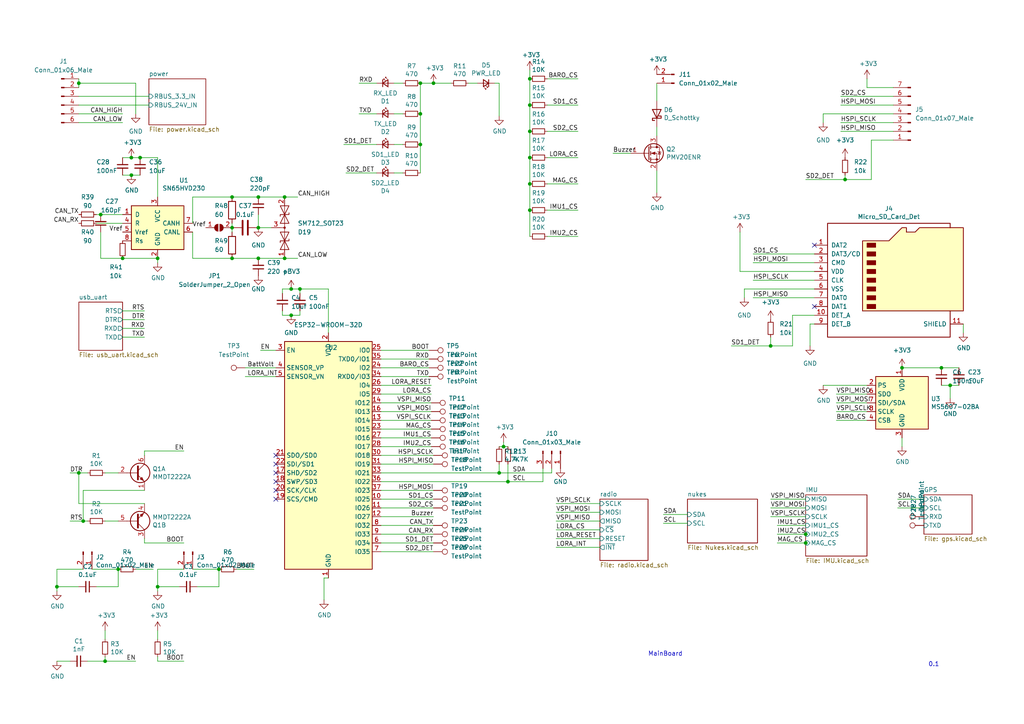
<source format=kicad_sch>
(kicad_sch (version 20211123) (generator eeschema)
  (paper "A4")
  (junction (at 86.995 83.82))
  (junction (at 147.32 139.7))
  (junction (at 82.55 74.93))
  (junction (at 16.51 170.18))
  (junction (at 261.62 106.68))
  (junction (at 273.05 106.68))
  (junction (at 45.72 74.93))
  (junction (at 233.68 154.94))
  (junction (at 153.67 30.48))
  (junction (at 125.73 24.13))
  (junction (at 144.78 137.16))
  (junction (at 146.05 129.54))
  (junction (at 63.5 165.1))
  (junction (at 153.67 38.1))
  (junction (at 35.56 74.93))
  (junction (at 22.86 24.13))
  (junction (at 74.93 57.15))
  (junction (at 67.31 57.15))
  (junction (at 153.67 53.34))
  (junction (at 84.455 83.82))
  (junction (at 38.1 45.72))
  (junction (at 121.92 33.02))
  (junction (at 74.93 66.04))
  (junction (at 223.52 100.33))
  (junction (at 67.31 66.04))
  (junction (at 153.67 22.86))
  (junction (at 153.67 45.72))
  (junction (at 82.55 57.15))
  (junction (at 34.29 165.1))
  (junction (at 84.455 91.44))
  (junction (at 67.31 74.93))
  (junction (at 74.93 74.93))
  (junction (at 121.92 41.91))
  (junction (at 24.13 151.13))
  (junction (at 153.67 60.96))
  (junction (at 121.92 24.13))
  (junction (at 233.68 157.48))
  (junction (at 245.11 52.07))
  (junction (at 45.72 170.18))
  (junction (at 30.48 191.77))
  (junction (at 29.21 62.23))
  (junction (at 40.64 45.72))
  (junction (at 38.1 50.8))
  (junction (at 22.86 137.16))
  (junction (at 275.59 111.76))
  (no_connect (at 236.22 71.12))
  (no_connect (at 80.01 132.08))
  (no_connect (at 236.22 88.9))
  (no_connect (at 80.01 134.62))
  (no_connect (at 80.01 142.24))
  (no_connect (at 80.01 144.78))
  (no_connect (at 80.01 139.7))
  (no_connect (at 80.01 137.16))
  (wire (pts (xy 22.86 24.13) (xy 39.37 24.13)))
  (wire (pts (xy 144.78 24.13) (xy 143.51 24.13)))
  (wire (pts (xy 35.56 45.72) (xy 38.1 45.72)))
  (wire (pts (xy 55.88 64.77) (xy 55.88 57.15)))
  (wire (pts (xy 29.21 62.23) (xy 35.56 62.23)))
  (wire (pts (xy 41.91 156.21) (xy 41.91 157.48)))
  (wire (pts (xy 34.29 137.16) (xy 30.48 137.16)))
  (wire (pts (xy 24.13 142.24) (xy 41.91 142.24)))
  (wire (pts (xy 45.72 165.1) (xy 53.34 165.1)))
  (wire (pts (xy 16.51 170.18) (xy 16.51 171.45)))
  (wire (pts (xy 25.4 191.77) (xy 30.48 191.77)))
  (wire (pts (xy 273.05 111.76) (xy 275.59 111.76)))
  (wire (pts (xy 161.29 146.05) (xy 173.99 146.05)))
  (wire (pts (xy 67.31 57.15) (xy 74.93 57.15)))
  (wire (pts (xy 71.12 106.68) (xy 80.01 106.68)))
  (wire (pts (xy 238.76 33.02) (xy 238.76 35.56)))
  (wire (pts (xy 110.49 160.02) (xy 125.73 160.02)))
  (wire (pts (xy 110.49 137.16) (xy 144.78 137.16)))
  (wire (pts (xy 57.15 170.18) (xy 63.5 170.18)))
  (wire (pts (xy 229.87 100.33) (xy 223.52 100.33)))
  (wire (pts (xy 110.49 104.14) (xy 124.46 104.14)))
  (wire (pts (xy 153.67 22.86) (xy 153.67 30.48)))
  (wire (pts (xy 114.3 24.13) (xy 116.84 24.13)))
  (wire (pts (xy 74.93 74.93) (xy 82.55 74.93)))
  (wire (pts (xy 161.29 156.21) (xy 173.99 156.21)))
  (wire (pts (xy 259.08 40.64) (xy 252.73 40.64)))
  (wire (pts (xy 27.94 64.77) (xy 35.56 64.77)))
  (wire (pts (xy 121.92 24.13) (xy 125.73 24.13)))
  (wire (pts (xy 242.57 119.38) (xy 251.46 119.38)))
  (wire (pts (xy 234.95 100.33) (xy 234.95 93.98)))
  (wire (pts (xy 22.86 22.86) (xy 22.86 24.13)))
  (wire (pts (xy 35.56 97.79) (xy 41.91 97.79)))
  (wire (pts (xy 121.92 33.02) (xy 121.92 41.91)))
  (wire (pts (xy 110.49 111.76) (xy 125.095 111.76)))
  (wire (pts (xy 215.9 83.82) (xy 215.9 86.36)))
  (wire (pts (xy 146.05 128.27) (xy 146.05 129.54)))
  (wire (pts (xy 233.68 154.94) (xy 234.315 154.94)))
  (wire (pts (xy 153.67 68.58) (xy 153.67 60.96)))
  (wire (pts (xy 25.4 151.13) (xy 24.13 151.13)))
  (wire (pts (xy 81.915 85.09) (xy 81.915 83.82)))
  (wire (pts (xy 243.84 27.94) (xy 259.08 27.94)))
  (wire (pts (xy 110.49 127) (xy 125.095 127)))
  (wire (pts (xy 22.86 24.13) (xy 22.86 25.4)))
  (wire (pts (xy 147.32 129.54) (xy 146.05 129.54)))
  (wire (pts (xy 16.51 191.77) (xy 20.32 191.77)))
  (wire (pts (xy 110.49 144.78) (xy 125.73 144.78)))
  (wire (pts (xy 40.64 45.72) (xy 45.72 45.72)))
  (wire (pts (xy 110.49 134.62) (xy 125.73 134.62)))
  (wire (pts (xy 38.1 50.8) (xy 40.64 50.8)))
  (wire (pts (xy 110.49 116.84) (xy 125.095 116.84)))
  (wire (pts (xy 218.44 76.2) (xy 236.22 76.2)))
  (wire (pts (xy 121.92 41.91) (xy 121.92 50.165)))
  (wire (pts (xy 214.63 67.31) (xy 214.63 78.74)))
  (wire (pts (xy 215.9 83.82) (xy 236.22 83.82)))
  (wire (pts (xy 242.57 114.3) (xy 251.46 114.3)))
  (wire (pts (xy 190.5 49.53) (xy 190.5 55.88)))
  (wire (pts (xy 30.48 191.77) (xy 39.37 191.77)))
  (wire (pts (xy 74.93 62.23) (xy 74.93 66.04)))
  (wire (pts (xy 192.405 149.225) (xy 199.39 149.225)))
  (wire (pts (xy 158.75 22.86) (xy 167.64 22.86)))
  (wire (pts (xy 261.62 106.68) (xy 273.05 106.68)))
  (wire (pts (xy 218.44 81.28) (xy 236.22 81.28)))
  (wire (pts (xy 30.48 151.13) (xy 34.29 151.13)))
  (wire (pts (xy 22.86 137.16) (xy 22.86 146.05)))
  (wire (pts (xy 144.78 137.16) (xy 160.02 137.16)))
  (wire (pts (xy 267.97 147.32) (xy 260.35 147.32)))
  (wire (pts (xy 82.55 57.15) (xy 86.36 57.15)))
  (wire (pts (xy 110.49 154.94) (xy 125.73 154.94)))
  (wire (pts (xy 233.68 52.07) (xy 245.11 52.07)))
  (wire (pts (xy 192.405 151.765) (xy 199.39 151.765)))
  (wire (pts (xy 104.14 24.13) (xy 109.22 24.13)))
  (wire (pts (xy 267.97 144.78) (xy 260.35 144.78)))
  (wire (pts (xy 67.31 64.77) (xy 67.31 66.04)))
  (wire (pts (xy 135.89 24.13) (xy 138.43 24.13)))
  (wire (pts (xy 125.73 24.13) (xy 130.81 24.13)))
  (wire (pts (xy 279.4 96.52) (xy 279.4 93.98)))
  (wire (pts (xy 158.75 30.48) (xy 167.64 30.48)))
  (wire (pts (xy 27.94 170.18) (xy 34.29 170.18)))
  (wire (pts (xy 35.56 74.93) (xy 45.72 74.93)))
  (wire (pts (xy 251.46 25.4) (xy 259.08 25.4)))
  (wire (pts (xy 25.4 137.16) (xy 22.86 137.16)))
  (wire (pts (xy 22.86 30.48) (xy 43.18 30.48)))
  (wire (pts (xy 86.995 91.44) (xy 86.995 90.17)))
  (wire (pts (xy 242.57 121.92) (xy 251.46 121.92)))
  (wire (pts (xy 158.75 68.58) (xy 167.64 68.58)))
  (wire (pts (xy 243.84 38.1) (xy 259.08 38.1)))
  (wire (pts (xy 182.88 44.45) (xy 177.8 44.45)))
  (wire (pts (xy 114.3 33.02) (xy 116.84 33.02)))
  (wire (pts (xy 225.425 157.48) (xy 233.68 157.48)))
  (wire (pts (xy 161.29 148.59) (xy 173.99 148.59)))
  (wire (pts (xy 16.51 165.1) (xy 16.51 170.18)))
  (wire (pts (xy 110.49 147.32) (xy 125.73 147.32)))
  (wire (pts (xy 153.67 45.72) (xy 153.67 53.34)))
  (wire (pts (xy 26.67 165.1) (xy 34.29 165.1)))
  (wire (pts (xy 27.94 62.23) (xy 29.21 62.23)))
  (wire (pts (xy 74.93 66.04) (xy 78.74 66.04)))
  (wire (pts (xy 22.86 137.16) (xy 20.32 137.16)))
  (wire (pts (xy 71.12 109.22) (xy 80.01 109.22)))
  (wire (pts (xy 24.13 151.13) (xy 20.32 151.13)))
  (wire (pts (xy 93.98 173.99) (xy 93.98 167.64)))
  (wire (pts (xy 73.66 165.1) (xy 68.58 165.1)))
  (wire (pts (xy 29.21 74.93) (xy 35.56 74.93)))
  (wire (pts (xy 147.32 134.62) (xy 147.32 139.7)))
  (wire (pts (xy 110.49 132.08) (xy 125.73 132.08)))
  (wire (pts (xy 110.49 106.68) (xy 124.46 106.68)))
  (wire (pts (xy 110.49 157.48) (xy 125.73 157.48)))
  (wire (pts (xy 45.72 165.1) (xy 45.72 170.18)))
  (wire (pts (xy 38.1 45.72) (xy 40.64 45.72)))
  (wire (pts (xy 41.91 157.48) (xy 53.34 157.48)))
  (wire (pts (xy 229.87 91.44) (xy 229.87 100.33)))
  (wire (pts (xy 44.45 165.1) (xy 39.37 165.1)))
  (wire (pts (xy 160.02 137.16) (xy 160.02 135.89)))
  (wire (pts (xy 35.56 90.17) (xy 41.91 90.17)))
  (wire (pts (xy 22.86 170.18) (xy 16.51 170.18)))
  (wire (pts (xy 104.14 33.02) (xy 109.22 33.02)))
  (wire (pts (xy 45.72 191.77) (xy 45.72 190.5)))
  (wire (pts (xy 30.48 182.88) (xy 30.48 185.42)))
  (wire (pts (xy 29.21 67.31) (xy 29.21 74.93)))
  (wire (pts (xy 161.29 151.13) (xy 173.99 151.13)))
  (wire (pts (xy 273.05 106.68) (xy 278.13 106.68)))
  (wire (pts (xy 251.46 22.86) (xy 251.46 25.4)))
  (wire (pts (xy 84.455 91.44) (xy 86.995 91.44)))
  (wire (pts (xy 229.87 91.44) (xy 236.22 91.44)))
  (wire (pts (xy 45.72 170.18) (xy 45.72 171.45)))
  (wire (pts (xy 86.995 83.82) (xy 95.25 83.82)))
  (wire (pts (xy 218.44 86.36) (xy 236.22 86.36)))
  (wire (pts (xy 74.93 57.15) (xy 82.55 57.15)))
  (wire (pts (xy 242.57 116.84) (xy 251.46 116.84)))
  (wire (pts (xy 22.86 27.94) (xy 43.18 27.94)))
  (wire (pts (xy 67.31 66.04) (xy 67.31 67.31)))
  (wire (pts (xy 158.75 60.96) (xy 167.64 60.96)))
  (wire (pts (xy 35.56 95.25) (xy 41.91 95.25)))
  (wire (pts (xy 45.72 76.2) (xy 45.72 74.93)))
  (wire (pts (xy 110.49 109.22) (xy 124.46 109.22)))
  (wire (pts (xy 35.56 50.8) (xy 38.1 50.8)))
  (wire (pts (xy 212.09 100.33) (xy 223.52 100.33)))
  (wire (pts (xy 110.49 152.4) (xy 125.73 152.4)))
  (wire (pts (xy 52.07 170.18) (xy 45.72 170.18)))
  (wire (pts (xy 55.88 57.15) (xy 67.31 57.15)))
  (wire (pts (xy 82.55 74.93) (xy 86.36 74.93)))
  (wire (pts (xy 234.95 93.98) (xy 236.22 93.98)))
  (wire (pts (xy 55.88 165.1) (xy 63.5 165.1)))
  (wire (pts (xy 110.49 121.92) (xy 125.095 121.92)))
  (wire (pts (xy 238.76 111.76) (xy 251.46 111.76)))
  (wire (pts (xy 225.425 154.94) (xy 233.68 154.94)))
  (wire (pts (xy 243.84 30.48) (xy 259.08 30.48)))
  (wire (pts (xy 110.49 139.7) (xy 147.32 139.7)))
  (wire (pts (xy 158.75 45.72) (xy 167.64 45.72)))
  (wire (pts (xy 41.91 130.81) (xy 53.34 130.81)))
  (wire (pts (xy 55.88 67.31) (xy 55.88 74.93)))
  (wire (pts (xy 22.86 146.05) (xy 41.91 146.05)))
  (wire (pts (xy 22.86 33.02) (xy 35.56 33.02)))
  (wire (pts (xy 41.91 132.08) (xy 41.91 130.81)))
  (wire (pts (xy 275.59 115.57) (xy 275.59 111.76)))
  (wire (pts (xy 252.73 40.64) (xy 252.73 52.07)))
  (wire (pts (xy 95.25 83.82) (xy 95.25 96.52)))
  (wire (pts (xy 144.78 137.16) (xy 144.78 134.62)))
  (wire (pts (xy 153.67 30.48) (xy 153.67 38.1)))
  (wire (pts (xy 75.565 101.6) (xy 80.01 101.6)))
  (wire (pts (xy 63.5 170.18) (xy 63.5 165.1)))
  (wire (pts (xy 34.29 170.18) (xy 34.29 165.1)))
  (wire (pts (xy 243.84 35.56) (xy 259.08 35.56)))
  (wire (pts (xy 153.67 60.96) (xy 153.67 53.34)))
  (wire (pts (xy 225.425 152.4) (xy 233.68 152.4)))
  (wire (pts (xy 252.73 52.07) (xy 245.11 52.07)))
  (wire (pts (xy 114.3 41.91) (xy 116.84 41.91)))
  (wire (pts (xy 81.915 83.82) (xy 84.455 83.82)))
  (wire (pts (xy 67.31 74.93) (xy 74.93 74.93)))
  (wire (pts (xy 153.67 20.32) (xy 153.67 22.86)))
  (wire (pts (xy 214.63 78.74) (xy 236.22 78.74)))
  (wire (pts (xy 100.33 50.165) (xy 109.22 50.165)))
  (wire (pts (xy 158.75 38.1) (xy 167.64 38.1)))
  (wire (pts (xy 114.3 50.165) (xy 116.84 50.165)))
  (wire (pts (xy 30.48 191.77) (xy 30.48 190.5)))
  (wire (pts (xy 86.995 83.82) (xy 86.995 85.09)))
  (wire (pts (xy 45.72 45.72) (xy 45.72 57.15)))
  (wire (pts (xy 158.75 53.34) (xy 167.64 53.34)))
  (wire (pts (xy 147.32 139.7) (xy 157.48 139.7)))
  (wire (pts (xy 223.52 149.86) (xy 233.68 149.86)))
  (wire (pts (xy 223.52 100.33) (xy 223.52 97.79)))
  (wire (pts (xy 190.5 24.13) (xy 190.5 29.21)))
  (wire (pts (xy 81.915 91.44) (xy 81.915 90.17)))
  (wire (pts (xy 84.455 91.44) (xy 81.915 91.44)))
  (wire (pts (xy 245.11 52.07) (xy 245.11 50.8)))
  (wire (pts (xy 161.29 153.67) (xy 173.99 153.67)))
  (wire (pts (xy 153.67 38.1) (xy 153.67 45.72)))
  (wire (pts (xy 110.49 124.46) (xy 125.095 124.46)))
  (wire (pts (xy 35.56 92.71) (xy 41.91 92.71)))
  (wire (pts (xy 223.52 144.78) (xy 233.68 144.78)))
  (wire (pts (xy 55.88 74.93) (xy 67.31 74.93)))
  (wire (pts (xy 99.695 41.91) (xy 109.22 41.91)))
  (wire (pts (xy 161.29 158.75) (xy 173.99 158.75)))
  (wire (pts (xy 93.98 167.64) (xy 95.25 167.64)))
  (wire (pts (xy 275.59 111.76) (xy 278.13 111.76)))
  (wire (pts (xy 16.51 165.1) (xy 24.13 165.1)))
  (wire (pts (xy 144.78 24.13) (xy 144.78 33.655)))
  (wire (pts (xy 110.49 142.24) (xy 125.73 142.24)))
  (wire (pts (xy 218.44 73.66) (xy 236.22 73.66)))
  (wire (pts (xy 223.52 147.32) (xy 233.68 147.32)))
  (wire (pts (xy 146.05 129.54) (xy 144.78 129.54)))
  (wire (pts (xy 261.62 129.54) (xy 261.62 127)))
  (wire (pts (xy 22.86 35.56) (xy 35.56 35.56)))
  (wire (pts (xy 110.49 114.3) (xy 125.095 114.3)))
  (wire (pts (xy 110.49 149.86) (xy 125.73 149.86)))
  (wire (pts (xy 45.72 182.88) (xy 45.72 185.42)))
  (wire (pts (xy 110.49 129.54) (xy 125.095 129.54)))
  (wire (pts (xy 39.37 24.13) (xy 39.37 33.02)))
  (wire (pts (xy 110.49 119.38) (xy 125.095 119.38)))
  (wire (pts (xy 238.76 33.02) (xy 259.08 33.02)))
  (wire (pts (xy 110.49 101.6) (xy 124.46 101.6)))
  (wire (pts (xy 233.68 157.48) (xy 234.315 157.48)))
  (wire (pts (xy 190.5 36.83) (xy 190.5 39.37)))
  (wire (pts (xy 53.34 191.77) (xy 45.72 191.77)))
  (wire (pts (xy 84.455 83.82) (xy 86.995 83.82)))
  (wire (pts (xy 24.13 151.13) (xy 24.13 142.24)))
  (wire (pts (xy 157.48 135.89) (xy 157.48 139.7)))
  (wire (pts (xy 121.92 24.13) (xy 121.92 33.02)))
  (text "MainBoard\n" (at 187.96 190.5 0) (effects (font (size 1.27 1.27)) (justify left bottom)))
  (text "0.1\n\n" (at 269.24 195.58 0) (effects (font (size 1.27 1.27)) (justify left bottom)))
  (label "SDA" (at 260.35 144.78 0))
  (label "DTR" (at 41.91 92.71 180))
  (label "LORA_RESET" (at 161.29 156.21 0))
  (label "EN" (at 39.37 191.77 180))
  (label "CAN_LOW" (at 86.36 74.93 0))
  (label "VSPI_MOSI" (at 242.57 116.84 0))
  (label "SD1_DET" (at 125.73 157.48 180))
  (label "IMU2_CS" (at 225.425 154.94 0))
  (label "HSPI_MISO" (at 243.84 38.1 0))
  (label "CAN_RX" (at 125.73 154.94 180))
  (label "SDA" (at 152.4 137.16 180))
  (label "TXD" (at 41.91 97.79 180))
  (label "LORA_RESET" (at 125.095 111.76 180))
  (label "LORA_CS" (at 161.29 153.67 0))
  (label "TXD" (at 104.14 33.02 0))
  (label "SD1_CS" (at 218.44 73.66 0))
  (label "IMU2_CS" (at 167.64 68.58 180))
  (label "SD1_DET" (at 212.09 100.33 0))
  (label "VSPI_MISO" (at 161.29 151.13 0))
  (label "EN" (at 53.34 130.81 180))
  (label "SD2_DET" (at 100.33 50.165 0))
  (label "HSPI_MISO" (at 125.73 134.62 180))
  (label "SD2_DET" (at 125.73 160.02 180))
  (label "MAG_CS" (at 167.64 53.34 180))
  (label "HSPI_SCLK" (at 125.73 132.08 180))
  (label "LORA_INT" (at 71.755 109.22 0))
  (label "LORA_CS" (at 167.64 45.72 180))
  (label "SD1_CS" (at 125.73 144.78 180))
  (label "BARO_CS" (at 167.64 22.86 180))
  (label "BARO_CS" (at 124.46 106.68 180))
  (label "CAN_LOW" (at 35.56 35.56 180))
  (label "VSPI_MOSI" (at 161.29 148.59 0))
  (label "MAG_CS" (at 125.095 124.46 180))
  (label "SD1_CS" (at 167.64 30.48 180))
  (label "VSPI_SCLK" (at 223.52 149.86 0))
  (label "SD1_DET" (at 99.695 41.91 0))
  (label "VSPI_SCLK" (at 161.29 146.05 0))
  (label "RXD" (at 124.46 104.14 180))
  (label "EN" (at 44.45 165.1 180))
  (label "BOOT" (at 73.66 165.1 180))
  (label "RXD" (at 41.91 95.25 180))
  (label "VSPI_MISO" (at 223.52 144.78 0))
  (label "SCL" (at 260.35 147.32 0))
  (label "LORA_INT" (at 161.29 158.75 0))
  (label "LORA_CS" (at 125.095 114.3 180))
  (label "VSPI_MOSI" (at 223.52 147.32 0))
  (label "IMU1_CS" (at 225.425 152.4 0))
  (label "RTS" (at 41.91 90.17 180))
  (label "SD2_CS" (at 243.84 27.94 0))
  (label "CAN_RX" (at 22.86 64.77 180))
  (label "BARO_CS" (at 242.57 121.92 0))
  (label "IMU2_CS" (at 125.095 129.54 180))
  (label "SD2_CS" (at 167.64 38.1 180))
  (label "SDA" (at 192.405 149.225 0))
  (label "VSPI_MISO" (at 242.57 114.3 0))
  (label "VSPI_SCLK" (at 125.095 121.92 180))
  (label "RTS" (at 20.32 151.13 0))
  (label "VSPI_SCLK" (at 242.57 119.38 0))
  (label "BattVolt" (at 71.755 106.68 0))
  (label "SD2_DET" (at 233.68 52.07 0))
  (label "HSPI_MISO" (at 218.44 86.36 0))
  (label "BOOT" (at 53.34 157.48 180))
  (label "CAN_HIGH" (at 35.56 33.02 180))
  (label "Vref" (at 35.56 67.31 180))
  (label "SCL" (at 152.4 139.7 180))
  (label "CAN_TX" (at 22.86 62.23 180))
  (label "RXD" (at 104.14 24.13 0))
  (label "BOOT" (at 53.34 191.77 180))
  (label "CAN_HIGH" (at 86.36 57.15 0))
  (label "Buzzer" (at 125.73 149.86 180))
  (label "IMU1_CS" (at 167.64 60.96 180))
  (label "IMU1_CS" (at 125.095 127 180))
  (label "VSPI_MISO" (at 125.095 116.84 180))
  (label "SD2_CS" (at 125.73 147.32 180))
  (label "MAG_CS" (at 225.425 157.48 0))
  (label "DTR" (at 20.32 137.16 0))
  (label "HSPI_MOSI" (at 243.84 30.48 0))
  (label "HSPI_SCLK" (at 243.84 35.56 0))
  (label "Buzzer" (at 177.8 44.45 0))
  (label "BOOT" (at 124.46 101.6 180))
  (label "CAN_TX" (at 125.73 152.4 180))
  (label "TXD" (at 124.46 109.22 180))
  (label "HSPI_MOSI" (at 125.73 142.24 180))
  (label "HSPI_SCLK" (at 218.44 81.28 0))
  (label "EN" (at 75.565 101.6 0))
  (label "VSPI_MOSI" (at 125.095 119.38 180))
  (label "Vref" (at 59.69 66.04 180))
  (label "HSPI_MOSI" (at 218.44 76.2 0))
  (label "SCL" (at 192.405 151.765 0))
  (symbol (lib_id "power:GND") (at 162.56 135.89 0) (unit 1)
    (property "Reference" "#PWR034" (effects hide))
    (property "Value" "GND" (at 162.56 139.7 0))
  )
  (symbol (lib_id "Connector:TestPoint") (at 125.73 144.78 270) (unit 1)
    (property "Reference" "TP20" (at 130.81 143.5099 90) (effects (justify left)))
    (property "Value" "TestPoint" (at 130.81 146.0499 90) (effects (justify left)))
    (property "Footprint" "TestPoint:TestPoint_Pad_D1.0mm" (effects hide))
  )
  (symbol (lib_id "power:GND") (at 275.59 115.57 0) (unit 1)
    (property "Reference" "#PWR028" (effects hide))
    (property "Value" "GND" (at 275.59 120.015 0))
  )
  (symbol (lib_id "power:GND") (at 74.93 80.01 0) (unit 1)
    (property "Reference" "#PWR088" (effects hide))
    (property "Value" "GND" (at 74.93 83.82 0))
  )
  (symbol (lib_id "RF_Module:ESP32-WROOM-32") (at 95.25 132.08 0) (unit 1)
    (property "Reference" "U2" (at 96.52 100.8126 0))
    (property "Value" "ESP32-WROOM-32D" (at 95.25 94.234 0))
    (property "Footprint" "RF_Module:ESP32-WROOM-32" (effects hide))
    (property "Datasheet" "https://www.espressif.com/sites/default/files/documentation/esp32-wroom-32d_esp32-wroom-32u_datasheet_en.pdf" (effects hide))
  )
  (symbol (lib_id "Device:R_Small") (at 156.21 30.48 270) (unit 1)
    (property "Reference" "R15" (at 156.21 25.5016 90))
    (property "Value" "10K" (at 156.21 27.813 90))
    (property "Footprint" "Resistor_SMD:R_0603_1608Metric" (effects hide))
  )
  (symbol (lib_id "Device:C_Small") (at 278.13 109.22 0) (unit 1)
    (property "Reference" "C23" (at 280.67 107.9562 0) (effects (justify left)))
    (property "Value" "10uF" (at 280.67 110.4962 0) (effects (justify left)))
    (property "Footprint" "Capacitor_SMD:C_0603_1608Metric" (effects hide))
  )
  (symbol (lib_id "Diode:SM712_SOT23") (at 82.55 66.04 270) (mirror x) (unit 1)
    (property "Reference" "D19" (at 86.36 67.31 90) (effects (justify left)))
    (property "Value" "SM712_SOT23" (at 86.36 64.77 90) (effects (justify left)))
    (property "Footprint" "Package_TO_SOT_SMD:SOT-23" (effects hide))
    (property "Datasheet" "https://www.littelfuse.com/~/media/electronics/datasheets/tvs_diode_arrays/littelfuse_tvs_diode_array_sm712_datasheet.pdf.pdf" (effects hide))
  )
  (symbol (lib_id "Device:LED_Small") (at 111.76 33.02 0) (unit 1)
    (property "Reference" "D2" (at 111.76 38.227 0))
    (property "Value" "TX_LED" (at 111.76 35.9156 0))
    (property "Footprint" "LED_SMD:LED_0603_1608Metric" (effects hide))
  )
  (symbol (lib_id "Connector:Conn_01x03_Male") (at 160.02 130.81 270) (unit 1)
    (property "Reference" "J10" (at 160.02 125.73 90))
    (property "Value" "Conn_01x03_Male" (at 160.02 128.27 90))
    (property "Footprint" "Connector_PinHeader_2.54mm:PinHeader_1x03_P2.54mm_Vertical" (effects hide))
  )
  (symbol (lib_id "power:+3.3V") (at 125.73 24.13 0) (unit 1)
    (property "Reference" "#PWR012" (effects hide))
    (property "Value" "+3.3V" (at 126.111 19.7358 0))
  )
  (symbol (lib_id "Connector:Conn_01x02_Male") (at 195.58 24.13 180) (unit 1)
    (property "Reference" "J11" (at 196.85 21.5899 0) (effects (justify right)))
    (property "Value" "Conn_01x02_Male" (at 196.85 24.1299 0) (effects (justify right)))
    (property "Footprint" "Connector_JST:JST_PH_B2B-PH-K_1x02_P2.00mm_Vertical" (effects hide))
  )
  (symbol (lib_id "Device:C") (at 71.12 66.04 90) (unit 1)
    (property "Reference" "C37" (at 71.12 59.69 90))
    (property "Value" "0.1uF" (at 71.12 62.23 90))
    (property "Footprint" "Capacitor_SMD:C_0603_1608Metric" (effects hide))
  )
  (symbol (lib_id "Connector:TestPoint") (at 125.73 147.32 270) (unit 1)
    (property "Reference" "TP21" (at 130.81 146.0499 90) (effects (justify left)))
    (property "Value" "TestPoint" (at 130.81 148.5899 90) (effects (justify left)))
    (property "Footprint" "TestPoint:TestPoint_Pad_D1.0mm" (effects hide))
  )
  (symbol (lib_id "Connector:Micro_SD_Card_Det_Hirose_DM3AT") (at 259.08 81.28 0) (unit 1)
    (property "Reference" "J4" (at 257.81 60.5282 0))
    (property "Value" "Micro_SD_Card_Det" (at 257.81 62.8396 0))
    (property "Footprint" "Connector_Card:microSD_HC_Hirose_DM3AT-SF-PEJM5" (effects hide))
    (property "Datasheet" "https://www.hirose.com/product/en/download_file/key_name/DM3/category/Catalog/doc_file_id/49662/?file_category_id=4&item_id=195&is_series=1" (effects hide))
  )
  (symbol (lib_id "Device:R_Small") (at 36.83 165.1 270) (unit 1)
    (property "Reference" "R4" (at 36.83 160.1216 90))
    (property "Value" "470" (at 36.83 162.433 90))
    (property "Footprint" "Resistor_SMD:R_0603_1608Metric" (effects hide))
  )
  (symbol (lib_id "Connector:TestPoint") (at 125.73 134.62 270) (unit 1)
    (property "Reference" "TP18" (at 130.81 133.3499 90) (effects (justify left)))
    (property "Value" "TestPoint" (at 130.81 135.8899 90) (effects (justify left)))
    (property "Footprint" "TestPoint:TestPoint_Pad_D1.0mm" (effects hide))
  )
  (symbol (lib_id "power:+3.3V") (at 261.62 106.68 0) (unit 1)
    (property "Reference" "#PWR026" (effects hide))
    (property "Value" "+3.3V" (at 261.62 101.6 0))
  )
  (symbol (lib_id "Device:R_Small") (at 245.11 48.26 0) (unit 1)
    (property "Reference" "R22" (at 247.65 46.9899 0) (effects (justify left)))
    (property "Value" "10k" (at 247.65 49.5299 0) (effects (justify left)))
    (property "Footprint" "Resistor_SMD:R_0603_1608Metric" (effects hide))
  )
  (symbol (lib_id "Device:R_Small") (at 156.21 60.96 270) (unit 1)
    (property "Reference" "R19" (at 156.21 55.9816 90))
    (property "Value" "10K" (at 156.21 58.293 90))
    (property "Footprint" "Resistor_SMD:R_0603_1608Metric" (effects hide))
  )
  (symbol (lib_id "Device:R_Small") (at 35.56 72.39 0) (unit 1)
    (property "Reference" "R41" (at 31.75 77.47 0) (effects (justify left)))
    (property "Value" "10k" (at 31.75 80.01 0) (effects (justify left)))
    (property "Footprint" "Resistor_SMD:R_0603_1608Metric" (effects hide))
  )
  (symbol (lib_id "power:+3.3V") (at 153.67 20.32 0) (unit 1)
    (property "Reference" "#PWR015" (effects hide))
    (property "Value" "+3.3V" (at 154.051 15.9258 0))
  )
  (symbol (lib_id "power:GND") (at 234.95 100.33 0) (unit 1)
    (property "Reference" "#PWR021" (effects hide))
    (property "Value" "GND" (at 234.95 105.41 0))
  )
  (symbol (lib_id "Device:C_Small") (at 29.21 64.77 180) (unit 1)
    (property "Reference" "C27" (at 30.48 58.42 0) (effects (justify right)))
    (property "Value" "160pF" (at 29.21 60.96 0) (effects (justify right)))
    (property "Footprint" "Capacitor_SMD:C_0603_1608Metric" (effects hide))
  )
  (symbol (lib_id "Device:Q_NMOS_GSD") (at 187.96 44.45 0) (unit 1)
    (property "Reference" "Q2" (at 193.1924 43.2816 0) (effects (justify left)))
    (property "Value" "PMV20ENR" (at 193.1924 45.593 0) (effects (justify left)))
    (property "Footprint" "Package_TO_SOT_SMD:SOT-23" (effects hide))
  )
  (symbol (lib_id "Device:C_Small") (at 22.86 191.77 270) (unit 1)
    (property "Reference" "C1" (at 22.86 185.9534 90))
    (property "Value" "1nF" (at 22.86 188.2648 90))
    (property "Footprint" "Capacitor_SMD:C_0603_1608Metric" (effects hide))
  )
  (symbol (lib_id "Connector:TestPoint") (at 267.97 149.86 90) (unit 1)
    (property "Reference" "TP27" (at 264.9728 148.3868 0) (effects (justify left)))
    (property "Value" "TestPoint" (at 267.2842 148.3868 0) (effects (justify left)))
    (property "Footprint" "TestPoint:TestPoint_Pad_D1.0mm" (effects hide))
  )
  (symbol (lib_id "power:GND") (at 16.51 191.77 0) (unit 1)
    (property "Reference" "#PWR02" (effects hide))
    (property "Value" "GND" (at 16.637 196.1642 0))
  )
  (symbol (lib_id "Connector:Conn_01x06_Male") (at 17.78 27.94 0) (unit 1)
    (property "Reference" "J1" (at 18.415 17.78 0))
    (property "Value" "Conn_01x06_Male" (at 18.415 20.32 0))
    (property "Footprint" "Connector_Molex:Molex_Mini-Fit_Jr_5566-06A_2x03_P4.20mm_Vertical" (effects hide))
  )
  (symbol (lib_id "Connector:TestPoint") (at 125.095 121.92 270) (unit 1)
    (property "Reference" "TP13" (at 130.175 120.6499 90) (effects (justify left)))
    (property "Value" "TestPoint" (at 130.175 123.1899 90) (effects (justify left)))
    (property "Footprint" "TestPoint:TestPoint_Pad_D1.0mm" (effects hide))
  )
  (symbol (lib_id "power:+3.3V") (at 214.63 67.31 0) (unit 1)
    (property "Reference" "#PWR018" (effects hide))
    (property "Value" "+3.3V" (at 215.011 62.9158 0))
  )
  (symbol (lib_id "power:+3.3V") (at 251.46 22.86 0) (unit 1)
    (property "Reference" "#PWR025" (effects hide))
    (property "Value" "+3.3V" (at 251.841 18.4658 0))
  )
  (symbol (lib_id "power:GND") (at 238.76 111.76 0) (unit 1)
    (property "Reference" "#PWR023" (effects hide))
    (property "Value" "GND" (at 238.887 116.1542 0))
  )
  (symbol (lib_id "power:GND") (at 16.51 171.45 0) (unit 1)
    (property "Reference" "#PWR01" (effects hide))
    (property "Value" "GND" (at 16.637 175.8442 0))
  )
  (symbol (lib_id "Connector:TestPoint") (at 125.095 129.54 270) (unit 1)
    (property "Reference" "TP16" (at 130.175 128.2699 90) (effects (justify left)))
    (property "Value" "TestPoint" (at 130.175 130.8099 90) (effects (justify left)))
    (property "Footprint" "TestPoint:TestPoint_Pad_D1.0mm" (effects hide))
  )
  (symbol (lib_id "power:+3.3V") (at 45.72 182.88 0) (unit 1)
    (property "Reference" "#PWR08" (effects hide))
    (property "Value" "+3.3V" (at 46.101 178.4858 0))
  )
  (symbol (lib_id "power:GND") (at 190.5 55.88 0) (unit 1)
    (property "Reference" "#PWR017" (effects hide))
    (property "Value" "GND" (at 190.627 60.2742 0))
  )
  (symbol (lib_id "Device:C_Small") (at 74.93 59.69 180) (unit 1)
    (property "Reference" "C38" (at 72.39 52.07 0) (effects (justify right)))
    (property "Value" "220pF" (at 72.39 54.61 0) (effects (justify right)))
    (property "Footprint" "Capacitor_SMD:C_0603_1608Metric" (effects hide))
  )
  (symbol (lib_id "Connector:TestPoint") (at 124.46 109.22 270) (unit 1)
    (property "Reference" "TP8" (at 129.54 107.9499 90) (effects (justify left)))
    (property "Value" "TestPoint" (at 129.54 110.4899 90) (effects (justify left)))
    (property "Footprint" "TestPoint:TestPoint_Pad_D1.0mm" (effects hide))
  )
  (symbol (lib_id "power:GND") (at 261.62 129.54 0) (unit 1)
    (property "Reference" "#PWR027" (effects hide))
    (property "Value" "GND" (at 261.747 133.9342 0))
  )
  (symbol (lib_id "power:GND") (at 39.37 33.02 0) (unit 1)
    (property "Reference" "#PWR06" (effects hide))
    (property "Value" "GND" (at 39.37 38.1 0))
  )
  (symbol (lib_id "Connector:TestPoint") (at 125.095 124.46 270) (unit 1)
    (property "Reference" "TP14" (at 130.175 123.1899 90) (effects (justify left)))
    (property "Value" "TestPoint" (at 130.175 125.7299 90) (effects (justify left)))
    (property "Footprint" "TestPoint:TestPoint_Pad_D1.0mm" (effects hide))
  )
  (symbol (lib_id "Connector:TestPoint") (at 125.095 116.84 270) (unit 1)
    (property "Reference" "TP11" (at 130.175 115.5699 90) (effects (justify left)))
    (property "Value" "TestPoint" (at 130.175 118.1099 90) (effects (justify left)))
    (property "Footprint" "TestPoint:TestPoint_Pad_D1.0mm" (effects hide))
  )
  (symbol (lib_id "Device:R_Small") (at 27.94 137.16 270) (unit 1)
    (property "Reference" "R1" (at 27.94 132.1816 90))
    (property "Value" "10K" (at 27.94 134.493 90))
    (property "Footprint" "Resistor_SMD:R_0603_1608Metric" (effects hide))
  )
  (symbol (lib_id "power:GND") (at 279.4 96.52 0) (unit 1)
    (property "Reference" "#PWR029" (effects hide))
    (property "Value" "GND" (at 279.527 100.9142 0))
  )
  (symbol (lib_id "Connector:TestPoint") (at 125.095 127 270) (unit 1)
    (property "Reference" "TP15" (at 130.175 125.7299 90) (effects (justify left)))
    (property "Value" "TestPoint" (at 130.175 128.2699 90) (effects (justify left)))
    (property "Footprint" "TestPoint:TestPoint_Pad_D1.0mm" (effects hide))
  )
  (symbol (lib_id "Connector:TestPoint") (at 267.97 152.4 90) (unit 1)
    (property "Reference" "TP28" (at 264.9728 150.9268 0) (effects (justify left)))
    (property "Value" "TestPoint" (at 267.2842 150.9268 0) (effects (justify left)))
    (property "Footprint" "TestPoint:TestPoint_Pad_D1.0mm" (effects hide))
  )
  (symbol (lib_id "Device:R_Small") (at 25.4 64.77 90) (unit 1)
    (property "Reference" "R40" (at 25.4 67.31 90))
    (property "Value" "90" (at 25.4 69.85 90))
    (property "Footprint" "Resistor_SMD:R_0603_1608Metric" (effects hide))
  )
  (symbol (lib_id "Interface_CAN_LIN:SN65HVD230") (at 45.72 64.77 0) (unit 1)
    (property "Reference" "U1" (at 53.34 52.2986 0))
    (property "Value" "SN65HVD230" (at 53.34 54.61 0))
    (property "Footprint" "Package_SO:SOIC-8_3.9x4.9mm_P1.27mm" (effects hide))
    (property "Datasheet" "http://www.ti.com/lit/ds/symlink/sn65hvd230.pdf" (effects hide))
  )
  (symbol (lib_id "power:+3.3V") (at 146.05 128.27 0) (unit 1)
    (property "Reference" "#PWR014" (effects hide))
    (property "Value" "+3.3V" (at 146.431 123.8758 0))
  )
  (symbol (lib_id "power:GND") (at 74.93 66.04 0) (unit 1)
    (property "Reference" "#PWR087" (effects hide))
    (property "Value" "GND" (at 74.93 71.12 0))
  )
  (symbol (lib_id "power:+3.3V") (at 84.455 83.82 0) (unit 1)
    (property "Reference" "#PWR09" (effects hide))
    (property "Value" "+3.3V" (at 84.455 78.74 0))
  )
  (symbol (lib_id "Connector:Conn_01x07_Male") (at 264.16 33.02 180) (unit 1)
    (property "Reference" "J5" (at 265.43 31.7499 0) (effects (justify right)))
    (property "Value" "Conn_01x07_Male" (at 265.43 34.2899 0) (effects (justify right)))
    (property "Footprint" "Connector_JST:JST_GH_SM07B-GHS-TB_1x07-1MP_P1.25mm_Horizontal" (effects hide))
  )
  (symbol (lib_id "Device:R_Small") (at 156.21 53.34 270) (unit 1)
    (property "Reference" "R18" (at 156.21 48.3616 90))
    (property "Value" "10K" (at 156.21 50.673 90))
    (property "Footprint" "Resistor_SMD:R_0603_1608Metric" (effects hide))
  )
  (symbol (lib_id "power:GND") (at 144.78 33.655 0) (unit 1)
    (property "Reference" "#PWR013" (effects hide))
    (property "Value" "GND" (at 144.907 38.0492 0))
  )
  (symbol (lib_id "Device:LED_Small") (at 140.97 24.13 180) (unit 1)
    (property "Reference" "D5" (at 140.97 18.923 0))
    (property "Value" "PWR_LED" (at 140.97 21.2344 0))
    (property "Footprint" "LED_SMD:LED_0603_1608Metric" (effects hide))
  )
  (symbol (lib_id "Device:R_Small") (at 119.38 24.13 270) (unit 1)
    (property "Reference" "R7" (at 119.38 19.1516 90))
    (property "Value" "470" (at 119.38 21.463 90))
    (property "Footprint" "Resistor_SMD:R_0603_1608Metric" (effects hide))
  )
  (symbol (lib_id "Device:R_Small") (at 156.21 22.86 270) (unit 1)
    (property "Reference" "R14" (at 156.21 17.8816 90))
    (property "Value" "10K" (at 156.21 20.193 90))
    (property "Footprint" "Resistor_SMD:R_0603_1608Metric" (effects hide))
  )
  (symbol (lib_id "Connector:TestPoint") (at 125.73 132.08 270) (unit 1)
    (property "Reference" "TP17" (at 130.81 130.8099 90) (effects (justify left)))
    (property "Value" "TestPoint" (at 130.81 133.3499 90) (effects (justify left)))
    (property "Footprint" "TestPoint:TestPoint_Pad_D1.0mm" (effects hide))
  )
  (symbol (lib_id "power:GND") (at 45.72 76.2 0) (unit 1)
    (property "Reference" "#PWR066" (effects hide))
    (property "Value" "GND" (at 45.847 80.5942 0))
  )
  (symbol (lib_id "power:+3.3V") (at 30.48 182.88 0) (unit 1)
    (property "Reference" "#PWR03" (effects hide))
    (property "Value" "+3.3V" (at 30.861 178.4858 0))
  )
  (symbol (lib_id "Connector:TestPoint") (at 124.46 106.68 270) (unit 1)
    (property "Reference" "TP22" (at 129.54 105.4099 90) (effects (justify left)))
    (property "Value" "TestPoint" (at 129.54 107.9499 90) (effects (justify left)))
    (property "Footprint" "TestPoint:TestPoint_Pad_D1.0mm" (effects hide))
  )
  (symbol (lib_id "power:+3.3V") (at 190.5 21.59 0) (unit 1)
    (property "Reference" "#PWR016" (effects hide))
    (property "Value" "+3.3V" (at 190.881 17.1958 0))
  )
  (symbol (lib_id "Device:R") (at 67.31 60.96 0) (unit 1)
    (property "Reference" "R48" (at 62.23 59.69 0) (effects (justify left)))
    (property "Value" "60" (at 62.23 62.23 0) (effects (justify left)))
    (property "Footprint" "Resistor_SMD:R_0603_1608Metric" (effects hide))
  )
  (symbol (lib_id "Device:C_Small") (at 25.4 170.18 270) (unit 1)
    (property "Reference" "C2" (at 25.4 164.3634 90))
    (property "Value" "0.1uF" (at 25.4 166.6748 90))
    (property "Footprint" "Capacitor_SMD:C_0603_1608Metric" (effects hide))
  )
  (symbol (lib_id "Connector:TestPoint") (at 125.73 157.48 270) (unit 1)
    (property "Reference" "TP25" (at 130.81 156.2099 90) (effects (justify left)))
    (property "Value" "TestPoint" (at 130.81 158.7499 90) (effects (justify left)))
    (property "Footprint" "TestPoint:TestPoint_Pad_D1.0mm" (effects hide))
  )
  (symbol (lib_id "Device:LED_Small") (at 111.76 50.165 0) (unit 1)
    (property "Reference" "D4" (at 111.76 55.372 0))
    (property "Value" "SD2_LED" (at 111.76 53.0606 0))
    (property "Footprint" "LED_SMD:LED_0603_1608Metric" (effects hide))
  )
  (symbol (lib_id "power:GND") (at 238.76 35.56 0) (unit 1)
    (property "Reference" "#PWR022" (effects hide))
    (property "Value" "GND" (at 238.76 40.64 0))
  )
  (symbol (lib_id "Transistor_BJT:MMDT2222A") (at 39.37 137.16 0) (unit 1)
    (property "Reference" "Q1" (at 44.196 135.9916 0) (effects (justify left)))
    (property "Value" "MMDT2222A" (at 44.196 138.303 0) (effects (justify left)))
    (property "Footprint" "Package_TO_SOT_SMD:SOT-363_SC-70-6" (effects hide))
    (property "Datasheet" "http://www.diodes.com/_files/datasheets/ds30125.pdf" (effects hide))
  )
  (symbol (lib_id "Device:D_Schottky") (at 190.5 33.02 90) (unit 1)
    (property "Reference" "D6" (at 192.5066 31.8516 90) (effects (justify right)))
    (property "Value" "D_Schottky" (at 192.5066 34.163 90) (effects (justify right)))
    (property "Footprint" "Diode_SMD:D_SOD-123F" (effects hide))
    (property "Datasheet" "http://www.smc-diodes.com/propdf/DSS12U%20THRU%20DSS125U%20N1873%20REV.A.pdf" (effects hide))
  )
  (symbol (lib_id "Connector:TestPoint") (at 124.46 101.6 270) (unit 1)
    (property "Reference" "TP5" (at 129.54 100.3299 90) (effects (justify left)))
    (property "Value" "TestPoint" (at 129.54 102.8699 90) (effects (justify left)))
    (property "Footprint" "TestPoint:TestPoint_Pad_D1.0mm" (effects hide))
  )
  (symbol (lib_id "power:GND") (at 45.72 171.45 0) (unit 1)
    (property "Reference" "#PWR07" (effects hide))
    (property "Value" "GND" (at 45.847 175.8442 0))
  )
  (symbol (lib_id "Device:LED_Small") (at 111.76 24.13 0) (unit 1)
    (property "Reference" "D1" (at 111.76 29.337 0))
    (property "Value" "RX_LED" (at 111.76 27.0256 0))
    (property "Footprint" "LED_SMD:LED_0603_1608Metric" (effects hide))
  )
  (symbol (lib_id "Connector:TestPoint") (at 125.73 142.24 270) (unit 1)
    (property "Reference" "TP19" (at 130.81 140.9699 90) (effects (justify left)))
    (property "Value" "TestPoint" (at 130.81 143.5099 90) (effects (justify left)))
    (property "Footprint" "TestPoint:TestPoint_Pad_D1.0mm" (effects hide))
  )
  (symbol (lib_id "Device:LED_Small") (at 111.76 41.91 0) (unit 1)
    (property "Reference" "D3" (at 111.76 47.117 0))
    (property "Value" "SD1_LED" (at 111.76 44.8056 0))
    (property "Footprint" "LED_SMD:LED_0603_1608Metric" (effects hide))
  )
  (symbol (lib_id "Device:R") (at 67.31 71.12 0) (unit 1)
    (property "Reference" "R49" (at 62.23 69.85 0) (effects (justify left)))
    (property "Value" "60" (at 62.23 72.39 0) (effects (justify left)))
    (property "Footprint" "Resistor_SMD:R_0603_1608Metric" (effects hide))
  )
  (symbol (lib_id "Connector:Conn_01x02_Male") (at 26.67 160.02 270) (unit 1)
    (property "Reference" "J2" (at 27.7876 161.5948 90) (effects (justify left)))
    (property "Value" "Conn_01x02_Male" (at 27.7876 163.9062 90) (effects (justify left)))
    (property "Footprint" "Connector_PinHeader_2.54mm:PinHeader_1x02_P2.54mm_Vertical" (effects hide))
  )
  (symbol (lib_id "Device:R_Small") (at 156.21 68.58 270) (unit 1)
    (property "Reference" "R20" (at 156.21 63.6016 90))
    (property "Value" "10K" (at 156.21 65.913 90))
    (property "Footprint" "Resistor_SMD:R_0603_1608Metric" (effects hide))
  )
  (symbol (lib_id "Device:R_Small") (at 133.35 24.13 270) (unit 1)
    (property "Reference" "R11" (at 133.35 19.1516 90))
    (property "Value" "470" (at 133.35 21.463 90))
    (property "Footprint" "Resistor_SMD:R_0603_1608Metric" (effects hide))
  )
  (symbol (lib_id "Connector:TestPoint") (at 125.73 152.4 270) (unit 1)
    (property "Reference" "TP23" (at 130.81 151.1299 90) (effects (justify left)))
    (property "Value" "TestPoint" (at 130.81 153.6699 90) (effects (justify left)))
    (property "Footprint" "TestPoint:TestPoint_Pad_D1.0mm" (effects hide))
  )
  (symbol (lib_id "Connector:TestPoint") (at 124.46 104.14 270) (unit 1)
    (property "Reference" "TP6" (at 129.54 102.8699 90) (effects (justify left)))
    (property "Value" "TestPoint" (at 129.54 105.4099 90) (effects (justify left)))
    (property "Footprint" "TestPoint:TestPoint_Pad_D1.0mm" (effects hide))
  )
  (symbol (lib_id "Device:C_Small") (at 74.93 77.47 180) (unit 1)
    (property "Reference" "C39" (at 77.47 76.2 0) (effects (justify right)))
    (property "Value" "220 pF" (at 77.47 78.74 0) (effects (justify right)))
    (property "Footprint" "Capacitor_SMD:C_0603_1608Metric" (effects hide))
  )
  (symbol (lib_id "Connector:TestPoint") (at 125.73 160.02 270) (unit 1)
    (property "Reference" "TP26" (at 130.81 158.7499 90) (effects (justify left)))
    (property "Value" "TestPoint" (at 130.81 161.2899 90) (effects (justify left)))
    (property "Footprint" "TestPoint:TestPoint_Pad_D1.0mm" (effects hide))
  )
  (symbol (lib_id "power:GND") (at 84.455 91.44 0) (unit 1)
    (property "Reference" "#PWR010" (effects hide))
    (property "Value" "GND" (at 84.455 96.52 0))
  )
  (symbol (lib_id "Connector:TestPoint") (at 125.095 119.38 270) (unit 1)
    (property "Reference" "TP12" (at 130.175 118.1099 90) (effects (justify left)))
    (property "Value" "TestPoint" (at 130.175 120.6499 90) (effects (justify left)))
    (property "Footprint" "TestPoint:TestPoint_Pad_D1.0mm" (effects hide))
  )
  (symbol (lib_id "power:GND") (at 215.9 86.36 0) (unit 1)
    (property "Reference" "#PWR019" (effects hide))
    (property "Value" "GND" (at 215.9 91.44 0))
  )
  (symbol (lib_id "Device:R_Small") (at 119.38 33.02 270) (unit 1)
    (property "Reference" "R8" (at 119.38 28.0416 90))
    (property "Value" "470" (at 119.38 30.353 90))
    (property "Footprint" "Resistor_SMD:R_0603_1608Metric" (effects hide))
  )
  (symbol (lib_id "Device:R_Small") (at 156.21 45.72 270) (unit 1)
    (property "Reference" "R17" (at 156.21 40.7416 90))
    (property "Value" "10K" (at 156.21 43.053 90))
    (property "Footprint" "Resistor_SMD:R_0603_1608Metric" (effects hide))
  )
  (symbol (lib_id "Connector:TestPoint") (at 71.12 106.68 90) (unit 1)
    (property "Reference" "TP3" (at 67.818 100.33 90))
    (property "Value" "TestPoint" (at 67.818 102.87 90))
    (property "Footprint" "TestPoint:TestPoint_Pad_D1.0mm" (effects hide))
  )
  (symbol (lib_id "Device:C_Small") (at 273.05 109.22 0) (unit 1)
    (property "Reference" "C6" (at 276.225 107.9562 0) (effects (justify left)))
    (property "Value" "100nF" (at 276.225 110.4962 0) (effects (justify left)))
    (property "Footprint" "Capacitor_SMD:C_0603_1608Metric" (effects hide))
  )
  (symbol (lib_id "Device:R_Small") (at 30.48 187.96 0) (unit 1)
    (property "Reference" "R3" (at 31.9786 186.7916 0) (effects (justify left)))
    (property "Value" "10K" (at 31.9786 189.103 0) (effects (justify left)))
    (property "Footprint" "Resistor_SMD:R_0603_1608Metric" (effects hide))
  )
  (symbol (lib_id "Device:C_Small") (at 86.995 87.63 180) (unit 1)
    (property "Reference" "C5" (at 89.535 86.36 0) (effects (justify right)))
    (property "Value" "100nF" (at 89.535 88.9 0) (effects (justify right)))
    (property "Footprint" "Capacitor_SMD:C_0603_1608Metric" (effects hide))
  )
  (symbol (lib_id "power:+3.3V") (at 38.1 45.72 0) (unit 1)
    (property "Reference" "#PWR04" (effects hide))
    (property "Value" "+3.3V" (at 38.481 41.3258 0))
  )
  (symbol (lib_id "power:GND") (at 93.98 173.99 0) (unit 1)
    (property "Reference" "#PWR011" (effects hide))
    (property "Value" "GND" (at 94.107 178.3842 0))
  )
  (symbol (lib_id "Device:C_Small") (at 54.61 170.18 270) (unit 1)
    (property "Reference" "C3" (at 54.61 164.3634 90))
    (property "Value" "0.1uF" (at 54.61 166.6748 90))
    (property "Footprint" "Capacitor_SMD:C_0603_1608Metric" (effects hide))
  )
  (symbol (lib_id "Device:R_Small") (at 119.38 41.91 270) (unit 1)
    (property "Reference" "R9" (at 119.38 36.9316 90))
    (property "Value" "470" (at 119.38 39.243 90))
    (property "Footprint" "Resistor_SMD:R_0603_1608Metric" (effects hide))
  )
  (symbol (lib_id "Device:R_Small") (at 25.4 62.23 90) (unit 1)
    (property "Reference" "R39" (at 25.4 57.15 90))
    (property "Value" "90" (at 25.4 59.69 90))
    (property "Footprint" "Resistor_SMD:R_0603_1608Metric" (effects hide))
  )
  (symbol (lib_id "Device:R_Small") (at 66.04 165.1 270) (unit 1)
    (property "Reference" "R6" (at 66.04 160.1216 90))
    (property "Value" "470" (at 66.04 162.433 90))
    (property "Footprint" "Resistor_SMD:R_0603_1608Metric" (effects hide))
  )
  (symbol (lib_id "Connector:TestPoint") (at 125.73 154.94 270) (unit 1)
    (property "Reference" "TP24" (at 130.81 153.6699 90) (effects (justify left)))
    (property "Value" "TestPoint" (at 130.81 156.2099 90) (effects (justify left)))
    (property "Footprint" "TestPoint:TestPoint_Pad_D1.0mm" (effects hide))
  )
  (symbol (lib_id "Connector:Conn_01x02_Male") (at 55.88 160.02 270) (unit 1)
    (property "Reference" "J3" (at 56.9976 161.5948 90) (effects (justify left)))
    (property "Value" "Conn_01x02_Male" (at 56.9976 163.9062 90) (effects (justify left)))
    (property "Footprint" "Connector_PinHeader_2.54mm:PinHeader_1x02_P2.54mm_Vertical" (effects hide))
  )
  (symbol (lib_id "Device:C_Small") (at 40.64 48.26 0) (unit 1)
    (property "Reference" "C36" (at 43.18 46.9962 0) (effects (justify left)))
    (property "Value" "10uF" (at 43.18 49.5362 0) (effects (justify left)))
    (property "Footprint" "Capacitor_SMD:C_0603_1608Metric" (effects hide))
  )
  (symbol (lib_id "power:GND") (at 38.1 50.8 0) (unit 1)
    (property "Reference" "#PWR05" (effects hide))
    (property "Value" "GND" (at 38.227 55.1942 0))
  )
  (symbol (lib_id "Device:R_Small") (at 119.38 50.165 270) (unit 1)
    (property "Reference" "R10" (at 119.38 45.1866 90))
    (property "Value" "470" (at 119.38 47.498 90))
    (property "Footprint" "Resistor_SMD:R_0603_1608Metric" (effects hide))
  )
  (symbol (lib_id "power:+3.3V") (at 245.11 45.72 0) (unit 1)
    (property "Reference" "#PWR024" (effects hide))
    (property "Value" "+3.3V" (at 245.11 40.64 0))
  )
  (symbol (lib_id "Jumper:SolderJumper_2_Open") (at 63.5 66.04 0) (unit 1)
    (property "Reference" "JP1" (at 62.23 80.01 0))
    (property "Value" "SolderJumper_2_Open" (at 62.23 82.55 0))
    (property "Footprint" "Jumper:SolderJumper-2_P1.3mm_Open_RoundedPad1.0x1.5mm" (effects hide))
  )
  (symbol (lib_id "Transistor_BJT:MMDT2222A") (at 39.37 151.13 0) (mirror x) (unit 2)
    (property "Reference" "Q1" (at 44.196 152.2984 0) (effects (justify left)))
    (property "Value" "MMDT2222A" (at 44.196 149.987 0) (effects (justify left)))
    (property "Footprint" "Package_TO_SOT_SMD:SOT-363_SC-70-6" (effects hide))
    (property "Datasheet" "http://www.diodes.com/_files/datasheets/ds30125.pdf" (effects hide))
  )
  (symbol (lib_id "Device:C_Small") (at 35.56 48.26 0) (unit 1)
    (property "Reference" "C28" (at 27.94 46.99 0) (effects (justify left)))
    (property "Value" "100nF" (at 27.94 49.53 0) (effects (justify left)))
    (property "Footprint" "Capacitor_SMD:C_0603_1608Metric" (effects hide))
  )
  (symbol (lib_id "Device:R_Small") (at 223.52 95.25 0) (unit 1)
    (property "Reference" "R21" (at 226.06 93.9799 0) (effects (justify left)))
    (property "Value" "10k" (at 226.06 96.5199 0) (effects (justify left)))
    (property "Footprint" "Resistor_SMD:R_0603_1608Metric" (effects hide))
  )
  (symbol (lib_id "Device:R_Small") (at 156.21 38.1 270) (unit 1)
    (property "Reference" "R16" (at 156.21 33.1216 90))
    (property "Value" "10K" (at 156.21 35.433 90))
    (property "Footprint" "Resistor_SMD:R_0603_1608Metric" (effects hide))
  )
  (symbol (lib_id "Device:R_Small") (at 27.94 151.13 270) (unit 1)
    (property "Reference" "R2" (at 27.94 146.1516 90))
    (property "Value" "10K" (at 27.94 148.463 90))
    (property "Footprint" "Resistor_SMD:R_0603_1608Metric" (effects hide))
  )
  (symbol (lib_id "Device:R_Small") (at 147.32 132.08 0) (unit 1)
    (property "Reference" "R13" (at 148.8186 130.9116 0) (effects (justify left)))
    (property "Value" "4.7K" (at 148.8186 133.223 0) (effects (justify left)))
    (property "Footprint" "Resistor_SMD:R_0603_1608Metric" (effects hide))
  )
  (symbol (lib_id "power:+3.3V") (at 223.52 92.71 0) (unit 1)
    (property "Reference" "#PWR020" (effects hide))
    (property "Value" "+3.3V" (at 223.52 87.63 0))
  )
  (symbol (lib_id "Device:C_Small") (at 81.915 87.63 180) (unit 1)
    (property "Reference" "C4" (at 84.455 86.36 0) (effects (justify right)))
    (property "Value" "10uf" (at 84.455 88.9 0) (effects (justify right)))
    (property "Footprint" "Capacitor_SMD:C_0603_1608Metric" (effects hide))
  )
  (symbol (lib_id "Sensor_Pressure:MS5607-02BA") (at 261.62 116.84 0) (unit 1)
    (property "Reference" "U3" (at 270.002 115.6716 0) (effects (justify left)))
    (property "Value" "MS5607-02BA" (at 270.002 117.983 0) (effects (justify left)))
    (property "Footprint" "Package_LGA:LGA-8_3x5mm_P1.25mm" (effects hide))
    (property "Datasheet" "https://www.te.com/commerce/DocumentDelivery/DDEController?Action=showdoc&DocId=Data+Sheet%7FMS5607-02BA03%7FB2%7Fpdf%7FEnglish%7FENG_DS_MS5607-02BA03_B2.pdf%7FCAT-BLPS0035" (effects hide))
  )
  (symbol (lib_id "Device:R_Small") (at 144.78 132.08 0) (unit 1)
    (property "Reference" "R12" (at 146.2786 130.9116 0) (effects (justify left)))
    (property "Value" "4.7K" (at 146.2786 133.223 0) (effects (justify left)))
    (property "Footprint" "Resistor_SMD:R_0603_1608Metric" (effects hide))
  )
  (symbol (lib_id "Device:R_Small") (at 45.72 187.96 0) (unit 1)
    (property "Reference" "R5" (at 47.2186 186.7916 0) (effects (justify left)))
    (property "Value" "10K" (at 47.2186 189.103 0) (effects (justify left)))
    (property "Footprint" "Resistor_SMD:R_0603_1608Metric" (effects hide))
  )
  (sheet (at 43.18 22.86) (size 16.51 13.335) (stroke (width 0.1524))
    (property "Sheet name" "power" (at 43.18 22.1484 0) (effects (justify left bottom)))
    (property "Sheet file" "power.kicad_sch" (at 43.18 36.7796 0) (effects (justify left top)))
    (pin "RBUS_24V_IN" input (at 43.18 30.48 180))
    (pin "RBUS_3.3_IN" input (at 43.18 27.94 180))
  )
  (sheet (at 267.97 143.51) (size 13.97 11.43)
    (property "Sheet name" "GPS" (at 267.97 142.7984 0) (effects (justify left bottom)))
    (property "Sheet file" "gps.kicad_sch" (at 267.97 155.5246 0) (effects (justify left top)))
    (pin "SDA" input (at 267.97 144.78 180))
    (pin "SCL" input (at 267.97 147.32 180))
    (pin "RXD" input (at 267.97 149.86 180))
    (pin "TXD" input (at 267.97 152.4 180))
  )
  (sheet (at 22.86 87.63) (size 12.7 13.97) (stroke (width 0.1524))
    (property "Sheet name" "usb_uart" (at 22.86 86.9184 0) (effects (justify left bottom)))
    (property "Sheet file" "usb_uart.kicad_sch" (at 22.86 102.1846 0) (effects (justify left top)))
    (pin "RTS" output (at 35.56 90.17 0))
    (pin "DTR" output (at 35.56 92.71 0))
    (pin "RXD" output (at 35.56 95.25 0))
    (pin "TXD" output (at 35.56 97.79 0))
  )
  (sheet (at 233.68 143.51) (size 17.78 17.78)
    (property "Sheet name" "IMU" (at 233.68 142.7984 0) (effects (justify left bottom)))
    (property "Sheet file" "IMU.kicad_sch" (at 233.68 161.8746 0) (effects (justify left top)))
    (pin "MISO" input (at 233.68 144.78 180))
    (pin "MOSI" input (at 233.68 147.32 180))
    (pin "SCLK" input (at 233.68 149.86 180))
    (pin "MAG_CS" input (at 233.68 157.48 180))
    (pin "IMU2_CS" input (at 233.68 154.94 180))
    (pin "IMU1_CS" input (at 233.68 152.4 180))
  )
  (sheet (at 173.99 144.78) (size 13.97 17.78)
    (property "Sheet name" "radio" (at 173.99 144.0684 0) (effects (justify left bottom)))
    (property "Sheet file" "radio.kicad_sch" (at 173.99 163.1446 0) (effects (justify left top)))
    (pin "SCLK" input (at 173.99 146.05 180))
    (pin "MOSI" input (at 173.99 148.59 180))
    (pin "MISO" output (at 173.99 151.13 180))
    (pin "~{CS}" input (at 173.99 153.67 180))
    (pin "RESET" input (at 173.99 156.21 180))
    (pin "~{INT}" output (at 173.99 158.75 180))
  )
  (sheet (at 199.39 144.78) (size 20.32 12.7)
    (property "Sheet name" "nukes" (at 199.39 144.0684 0) (effects (justify left bottom)))
    (property "Sheet file" "Nukes.kicad_sch" (at 199.39 158.0646 0) (effects (justify left top)))
    (pin "SDA" input (at 199.39 149.225 180))
    (pin "SCL" input (at 199.39 151.765 180))
  )
)
</source>
